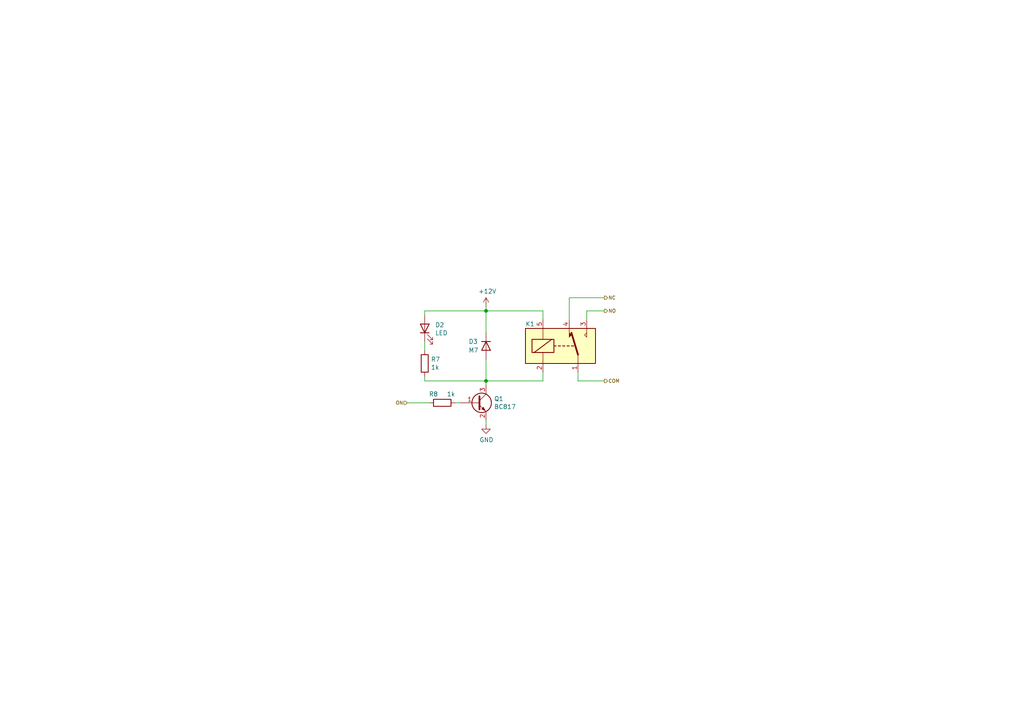
<source format=kicad_sch>
(kicad_sch (version 20211123) (generator eeschema)
  (paper "A4")
  (title_block (title "Relay Output") (date "2021-06-10") (rev "0.1") (comment 1 "https://github.com/enriquewph/esp32-ups-monitor"))
  (lib_symbols
    (symbol "Device:LED" (pin_numbers hide) (pin_names (offset 1.016) hide)
      (property "Reference" "D" (at 0 2.54 0))
      (property "Value" "LED" (at 0 -2.54 0))
      (symbol "LED_0_1"
        (polyline (pts (xy -1.27 -1.27) (xy -1.27 1.27)) (stroke (width 0.254)))
        (polyline (pts (xy -1.27 0) (xy 1.27 0)))
        (polyline (pts (xy 1.27 -1.27) (xy 1.27 1.27) (xy -1.27 0) (xy 1.27 -1.27)) (stroke (width 0.254)))
        (polyline (pts (xy -3.048 -0.762) (xy -4.572 -2.286) (xy -3.81 -2.286) (xy -4.572 -2.286) (xy -4.572 -1.524)))
        (polyline (pts (xy -1.778 -0.762) (xy -3.302 -2.286) (xy -2.54 -2.286) (xy -3.302 -2.286) (xy -3.302 -1.524)))
      )
      (symbol "LED_1_1"
        (pin passive line (at -3.81 0 0) (length 2.54) (name "K") (number "1"))
        (pin passive line (at 3.81 0 180) (length 2.54) (name "A") (number "2"))
      )
    )
    (symbol "Device:R" (pin_numbers hide) (pin_names (offset 0))
      (property "Reference" "R" (at 2.032 0 90))
      (property "Value" "R" (at 0 0 90))
      (symbol "R_0_1"
        (rectangle (start -1.016 -2.54) (end 1.016 2.54) (stroke (width 0.254)))
      )
      (symbol "R_1_1"
        (pin passive line (at 0 3.81 270) (length 1.27) (name "~") (number "1"))
        (pin passive line (at 0 -3.81 90) (length 1.27) (name "~") (number "2"))
      )
    )
    (symbol "Diode:1N4007" (pin_numbers hide) (pin_names (offset 1.016) hide)
      (property "Reference" "D" (at 0 2.54 0))
      (property "Value" "1N4007" (at 0 -2.54 0))
      (symbol "1N4007_0_1"
        (polyline (pts (xy -1.27 1.27) (xy -1.27 -1.27)) (stroke (width 0.254)))
        (polyline (pts (xy 1.27 0) (xy -1.27 0)))
        (polyline (pts (xy 1.27 1.27) (xy 1.27 -1.27) (xy -1.27 0) (xy 1.27 1.27)) (stroke (width 0.254)))
      )
      (symbol "1N4007_1_1"
        (pin passive line (at -3.81 0 0) (length 2.54) (name "K") (number "1"))
        (pin passive line (at 3.81 0 180) (length 2.54) (name "A") (number "2"))
      )
    )
    (symbol "Relay:SANYOU_SRD_Form_C"
      (property "Reference" "K" (at 11.43 3.81 0))
      (property "Value" "SANYOU_SRD_Form_C" (at 11.43 1.27 0))
      (symbol "SANYOU_SRD_Form_C_0_0"
        (polyline (pts (xy 7.62 5.08) (xy 7.62 2.54) (xy 6.985 3.175) (xy 7.62 3.81)))
      )
      (symbol "SANYOU_SRD_Form_C_0_1"
        (rectangle (start -10.16 5.08) (end 10.16 -5.08) (stroke (width 0.254)) (fill (type background)))
        (rectangle (start -8.255 1.905) (end -1.905 -1.905) (stroke (width 0.254)))
        (polyline (pts (xy -7.62 -1.905) (xy -2.54 1.905)) (stroke (width 0.254)))
        (polyline (pts (xy -5.08 -5.08) (xy -5.08 -1.905)))
        (polyline (pts (xy -5.08 5.08) (xy -5.08 1.905)))
        (polyline (pts (xy -1.905 0) (xy -1.27 0)) (stroke (width 0.254)))
        (polyline (pts (xy -0.635 0) (xy 0 0)) (stroke (width 0.254)))
        (polyline (pts (xy 0.635 0) (xy 1.27 0)) (stroke (width 0.254)))
        (polyline (pts (xy 1.905 0) (xy 2.54 0)) (stroke (width 0.254)))
        (polyline (pts (xy 3.175 0) (xy 3.81 0)) (stroke (width 0.254)))
        (polyline (pts (xy 5.08 -2.54) (xy 3.175 3.81)) (stroke (width 0.508)))
        (polyline (pts (xy 5.08 -2.54) (xy 5.08 -5.08)))
      )
      (symbol "SANYOU_SRD_Form_C_1_1"
        (polyline (pts (xy 2.54 3.81) (xy 3.175 3.175) (xy 2.54 2.54) (xy 2.54 5.08)) (fill (type outline)))
        (pin passive line (at 5.08 -7.62 90) (length 2.54) (name "~") (number "1"))
        (pin passive line (at -5.08 -7.62 90) (length 2.54) (name "~") (number "2"))
        (pin passive line (at 7.62 7.62 270) (length 2.54) (name "~") (number "3"))
        (pin passive line (at 2.54 7.62 270) (length 2.54) (name "~") (number "4"))
        (pin passive line (at -5.08 7.62 270) (length 2.54) (name "~") (number "5"))
      )
    )
    (symbol "Transistor_BJT:BC817" (pin_names (offset 0) hide)
      (property "Reference" "Q" (at 5.08 1.905 0))
      (property "Value" "BC817" (at 5.08 0 0))
      (symbol "BC817_0_1"
        (polyline (pts (xy 0.635 0.635) (xy 2.54 2.54)))
        (polyline (pts (xy 0.635 -0.635) (xy 2.54 -2.54) (xy 2.54 -2.54)))
        (polyline (pts (xy 0.635 1.905) (xy 0.635 -1.905) (xy 0.635 -1.905)) (stroke (width 0.508)))
        (polyline (pts (xy 1.27 -1.778) (xy 1.778 -1.27) (xy 2.286 -2.286) (xy 1.27 -1.778) (xy 1.27 -1.778)) (fill (type outline)))
        (circle (center 1.27 0) (radius 2.8194) (stroke (width 0.254)))
      )
      (symbol "BC817_1_1"
        (pin input line (at -5.08 0 0) (length 5.715) (name "B") (number "1"))
        (pin passive line (at 2.54 -5.08 90) (length 2.54) (name "E") (number "2"))
        (pin passive line (at 2.54 5.08 270) (length 2.54) (name "C") (number "3"))
      )
    )
    (symbol "power:+12V" (power) (pin_names (offset 0))
      (property "Value" "+12V" (at 0 3.556 0))
      (symbol "+12V_0_1"
        (polyline (pts (xy -0.762 1.27) (xy 0 2.54)))
        (polyline (pts (xy 0 0) (xy 0 2.54)))
        (polyline (pts (xy 0 2.54) (xy 0.762 1.27)))
      )
      (symbol "+12V_1_1"
        (pin power_in line (at 0 0 90) (length 0) hide (name "+12V") (number "1"))
      )
    )
    (symbol "power:GND" (power) (pin_names (offset 0))
      (property "Value" "GND" (at 0 -3.81 0))
      (symbol "GND_0_1"
        (polyline (pts (xy 0 0) (xy 0 -1.27) (xy 1.27 -1.27) (xy 0 -2.54) (xy -1.27 -1.27) (xy 0 -1.27)))
      )
      (symbol "GND_1_1"
        (pin power_in line (at 0 0 270) (length 0) hide (name "GND") (number "1"))
      )
    )
  )
  (junction (at 140.97 90.17))
  (junction (at 140.97 110.49))
  (wire (pts (xy 175.26 86.36) (xy 165.1 86.36)))
  (wire (pts (xy 123.19 110.49) (xy 140.97 110.49)))
  (wire (pts (xy 157.48 107.95) (xy 157.48 110.49)))
  (wire (pts (xy 170.18 90.17) (xy 170.18 92.71)))
  (wire (pts (xy 123.19 91.44) (xy 123.19 90.17)))
  (wire (pts (xy 123.19 101.6) (xy 123.19 99.06)))
  (wire (pts (xy 157.48 92.71) (xy 157.48 90.17)))
  (wire (pts (xy 140.97 110.49) (xy 140.97 104.14)))
  (wire (pts (xy 140.97 110.49) (xy 140.97 111.76)))
  (wire (pts (xy 140.97 90.17) (xy 140.97 88.9)))
  (wire (pts (xy 140.97 90.17) (xy 157.48 90.17)))
  (wire (pts (xy 175.26 110.49) (xy 167.64 110.49)))
  (wire (pts (xy 140.97 110.49) (xy 157.48 110.49)))
  (wire (pts (xy 140.97 96.52) (xy 140.97 90.17)))
  (wire (pts (xy 165.1 86.36) (xy 165.1 92.71)))
  (wire (pts (xy 118.11 116.84) (xy 124.46 116.84)))
  (wire (pts (xy 140.97 123.19) (xy 140.97 121.92)))
  (wire (pts (xy 133.35 116.84) (xy 132.08 116.84)))
  (wire (pts (xy 123.19 109.22) (xy 123.19 110.49)))
  (wire (pts (xy 123.19 90.17) (xy 140.97 90.17)))
  (wire (pts (xy 167.64 110.49) (xy 167.64 107.95)))
  (wire (pts (xy 175.26 90.17) (xy 170.18 90.17)))
  (hierarchical_label "NO" (shape output) (at 175.26 90.17 0) (effects (font (size 0.9906 0.9906))))
  (hierarchical_label "COM" (shape output) (at 175.26 110.49 0) (effects (font (size 0.9906 0.9906))))
  (hierarchical_label "NC" (shape output) (at 175.26 86.36 0) (effects (font (size 0.9906 0.9906))))
  (hierarchical_label "ON" (shape input) (at 118.11 116.84 180) (effects (font (size 0.9906 0.9906))))
  (symbol (lib_id "Transistor_BJT:BC817") (at 138.43 116.84 0) (unit 1)
    (property "Reference" "Q1" (at 143.2814 115.6716 0) (effects (justify left)))
    (property "Value" "BC817" (at 143.2814 117.983 0) (effects (justify left)))
    (property "Footprint" "Package_TO_SOT_SMD:SOT-23" (effects hide))
    (property "Datasheet" "https://www.onsemi.com/pub/Collateral/BC817-16LT1-D.PDF" (effects hide))
    (property "manf#" "SBC817-40LT1G" (effects hide))
  )
  (symbol (lib_id "Device:R") (at 128.27 116.84 270) (unit 1)
    (property "Reference" "R8" (at 125.73 114.3 90))
    (property "Value" "1k" (at 130.81 114.3 90))
    (property "Footprint" "Resistor_SMD:R_1206_3216Metric" (effects hide))
    (property "Datasheet" "https://www.yageo.com/upload/media/product/productsearch/datasheet/rchip/PYu-RC_Group_51_RoHS_L_11.pdf" (effects hide))
    (property "manf#" "RC1206FR-071KL" (effects hide))
  )
  (symbol (lib_id "Diode:1N4007") (at 140.97 100.33 270) (unit 1)
    (property "Reference" "D3" (at 135.89 99.06 90) (effects (justify left)))
    (property "Value" "M7" (at 135.89 101.6 90) (effects (justify left)))
    (property "Footprint" "Diode_SMD:D_SMA_Handsoldering" (effects hide))
    (property "Datasheet" "https://www.vtrons.com/images/DIODE%20M7.pdf" (effects hide))
    (property "manf#" "M7" (effects hide))
  )
  (symbol (lib_id "power:GND") (at 140.97 123.19 0) (unit 1)
    (property "Reference" "#PWR033" (effects hide))
    (property "Value" "GND" (at 141.097 127.5842 0))
  )
  (symbol (lib_id "power:+12V") (at 140.97 88.9 0) (unit 1)
    (property "Reference" "#PWR032" (effects hide))
    (property "Value" "+12V" (at 141.351 84.5058 0))
  )
  (symbol (lib_id "Relay:SANYOU_SRD_Form_C") (at 162.56 100.33 0) (unit 1)
    (property "Reference" "K1" (at 152.4 93.98 0) (effects (justify left)))
    (property "Value" "RELAY" (effects hide))
    (property "Footprint" "Relay_THT:Relay_SPDT_SANYOU_SRD_Series_Form_C" (effects hide))
    (property "Datasheet" "https://omronfs.omron.com/en_US/ecb/products/pdf/en-g5le.pdf" (effects hide))
    (property "manf#" "G5LE-1-VDDC12" (effects hide))
  )
  (symbol (lib_id "Device:LED") (at 123.19 95.25 90) (unit 1)
    (property "Reference" "D2" (at 126.1872 94.2594 90) (effects (justify right)))
    (property "Value" "LED" (at 126.1872 96.5708 90) (effects (justify right)))
    (property "Footprint" "LED_SMD:LED_1206_3216Metric" (effects hide))
    (property "Datasheet" "https://media.digikey.com/pdf/Data%20Sheets/Stanley%20Electric%20PDFs/1101W_Series.pdf" (effects hide))
    (property "manf#" "BR1101W-TR" (effects hide))
  )
  (symbol (lib_id "Device:R") (at 123.19 105.41 0) (unit 1)
    (property "Reference" "R7" (at 124.968 104.2416 0) (effects (justify left)))
    (property "Value" "1k" (at 124.968 106.553 0) (effects (justify left)))
    (property "Footprint" "Resistor_SMD:R_1206_3216Metric" (effects hide))
    (property "Datasheet" "https://www.yageo.com/upload/media/product/productsearch/datasheet/rchip/PYu-RC_Group_51_RoHS_L_11.pdf" (effects hide))
    (property "manf#" "RC1206FR-071KL" (effects hide))
  )
)
</source>
